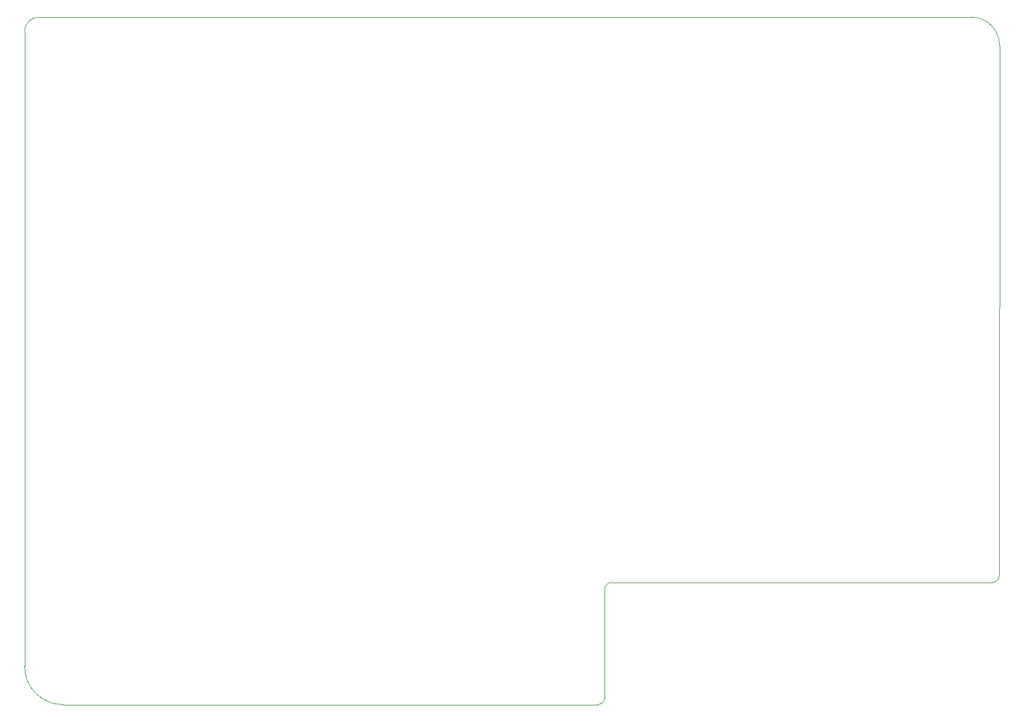
<source format=gm1>
%TF.GenerationSoftware,KiCad,Pcbnew,8.0.0-8.0.0-1~ubuntu23.10.1*%
%TF.CreationDate,2024-03-08T09:57:00+02:00*%
%TF.ProjectId,reversible,72657665-7273-4696-926c-652e6b696361,rev?*%
%TF.SameCoordinates,Original*%
%TF.FileFunction,Profile,NP*%
%FSLAX46Y46*%
G04 Gerber Fmt 4.6, Leading zero omitted, Abs format (unit mm)*
G04 Created by KiCad (PCBNEW 8.0.0-8.0.0-1~ubuntu23.10.1) date 2024-03-08 09:57:00*
%MOMM*%
%LPD*%
G01*
G04 APERTURE LIST*
%TA.AperFunction,Profile*%
%ADD10C,0.050000*%
%TD*%
G04 APERTURE END LIST*
D10*
X60500000Y-143500000D02*
G75*
G02*
X55000000Y-138000000I0J5500000D01*
G01*
X138000000Y-142500000D02*
G75*
G02*
X137000000Y-143500000I-1000000J0D01*
G01*
X55000000Y-47000000D02*
G75*
G02*
X57000000Y-45000000I2000000J0D01*
G01*
X190500000Y-44968872D02*
G75*
G02*
X194531128Y-49000000I0J-4031128D01*
G01*
X138000000Y-142500000D02*
X138000000Y-127000000D01*
X55000000Y-138000000D02*
X55000000Y-47000000D01*
X139000000Y-126000000D02*
X193500000Y-126000000D01*
X57000000Y-45000000D02*
X190500000Y-44968872D01*
X194500000Y-125000000D02*
X194531128Y-49000000D01*
X194500000Y-125000000D02*
G75*
G02*
X193500000Y-126000000I-1000000J0D01*
G01*
X138000000Y-127000000D02*
G75*
G02*
X139000000Y-126000000I1000000J0D01*
G01*
X137000000Y-143500000D02*
X60500000Y-143500000D01*
M02*

</source>
